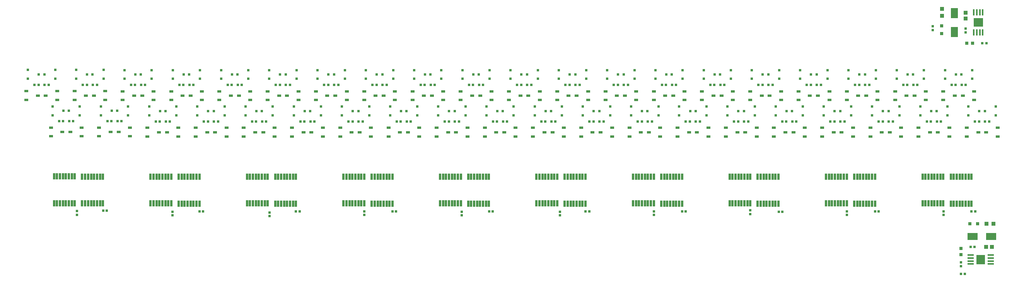
<source format=gtp>
G04*
G04 #@! TF.GenerationSoftware,Altium Limited,Altium Designer,23.2.1 (34)*
G04*
G04 Layer_Color=8421504*
%FSLAX44Y44*%
%MOMM*%
G71*
G04*
G04 #@! TF.SameCoordinates,4AEFFC81-8D6A-4C92-BCC4-55949A9363D9*
G04*
G04*
G04 #@! TF.FilePolarity,Positive*
G04*
G01*
G75*
%ADD16R,2.2000X1.5500*%
%ADD17R,1.5500X2.2000*%
%ADD18R,1.8460X2.1500*%
%ADD19R,1.4000X0.4500*%
%ADD20R,0.4500X1.4000*%
%ADD21R,2.1500X1.8460*%
%ADD22R,0.5500X0.5500*%
%ADD23R,0.5500X0.5500*%
%ADD24R,0.8587X0.9121*%
%ADD25R,0.9121X0.8587*%
%ADD26R,0.5750X0.6200*%
%ADD27R,0.8500X0.6000*%
%ADD28R,0.8000X0.8000*%
%ADD29R,0.8000X0.8000*%
%ADD30R,0.6500X0.7000*%
%ADD31R,0.7000X0.6500*%
%ADD32R,0.8065X0.8682*%
%ADD33R,0.8682X0.8065*%
%ADD34R,0.5200X0.5200*%
%ADD35R,0.5200X0.5200*%
G04:AMPARAMS|DCode=36|XSize=0.45mm|YSize=1.4mm|CornerRadius=0.0495mm|HoleSize=0mm|Usage=FLASHONLY|Rotation=0.000|XOffset=0mm|YOffset=0mm|HoleType=Round|Shape=RoundedRectangle|*
%AMROUNDEDRECTD36*
21,1,0.4500,1.3010,0,0,0.0*
21,1,0.3510,1.4000,0,0,0.0*
1,1,0.0990,0.1755,-0.6505*
1,1,0.0990,-0.1755,-0.6505*
1,1,0.0990,-0.1755,0.6505*
1,1,0.0990,0.1755,0.6505*
%
%ADD36ROUNDEDRECTD36*%
D16*
X2084500Y94449D02*
D03*
X2125500D02*
D03*
D17*
X2044683Y584456D02*
D03*
Y543456D02*
D03*
D18*
X2102460Y43649D02*
D03*
D19*
X2124460Y53399D02*
D03*
Y46899D02*
D03*
Y40399D02*
D03*
Y33899D02*
D03*
X2080460D02*
D03*
Y40399D02*
D03*
Y46899D02*
D03*
Y53399D02*
D03*
D20*
X2087433Y541956D02*
D03*
X2093933D02*
D03*
X2100433D02*
D03*
X2106933D02*
D03*
Y585956D02*
D03*
X2100433D02*
D03*
X2093933D02*
D03*
X2087433D02*
D03*
D21*
X2097183Y563956D02*
D03*
D22*
X145317Y427287D02*
D03*
X136317D02*
D03*
X167317D02*
D03*
X158317D02*
D03*
X199255Y347159D02*
D03*
X190255D02*
D03*
X221255D02*
D03*
X212255D02*
D03*
X250909Y427093D02*
D03*
X241908D02*
D03*
X272908D02*
D03*
X263909D02*
D03*
X305185Y346904D02*
D03*
X296185D02*
D03*
X327185D02*
D03*
X318185D02*
D03*
X356899Y427033D02*
D03*
X347899D02*
D03*
X378899D02*
D03*
X369899D02*
D03*
X410595Y346904D02*
D03*
X401595D02*
D03*
X432595D02*
D03*
X423595D02*
D03*
X462563Y427033D02*
D03*
X453563D02*
D03*
X484563D02*
D03*
X475563D02*
D03*
X516005Y346904D02*
D03*
X507005D02*
D03*
X538005D02*
D03*
X529005D02*
D03*
X568227Y427033D02*
D03*
X559227D02*
D03*
X590227D02*
D03*
X581227D02*
D03*
X621669Y346904D02*
D03*
X612669D02*
D03*
X643669D02*
D03*
X634669D02*
D03*
X673891Y427033D02*
D03*
X664891D02*
D03*
X695891D02*
D03*
X686891D02*
D03*
X727079Y346904D02*
D03*
X718079D02*
D03*
X749079D02*
D03*
X740079D02*
D03*
X779555Y427033D02*
D03*
X770555D02*
D03*
X801555D02*
D03*
X792555D02*
D03*
X832743Y346904D02*
D03*
X823743D02*
D03*
X854743D02*
D03*
X845743D02*
D03*
X885219Y427033D02*
D03*
X876219D02*
D03*
X907219D02*
D03*
X898219D02*
D03*
X938153Y346904D02*
D03*
X929153D02*
D03*
X960153D02*
D03*
X951153D02*
D03*
X990883Y427033D02*
D03*
X981883D02*
D03*
X1012883D02*
D03*
X1003883D02*
D03*
X1043563Y346904D02*
D03*
X1034563D02*
D03*
X1065563D02*
D03*
X1056563D02*
D03*
X1096547Y427033D02*
D03*
X1087547D02*
D03*
X1118547D02*
D03*
X1109547D02*
D03*
X1149227Y346904D02*
D03*
X1140227D02*
D03*
X1171227D02*
D03*
X1162227D02*
D03*
X1202211Y427033D02*
D03*
X1193211D02*
D03*
X1224211D02*
D03*
X1215211D02*
D03*
X1254637Y346904D02*
D03*
X1245637D02*
D03*
X1276637D02*
D03*
X1267637D02*
D03*
X1307875Y427033D02*
D03*
X1298875D02*
D03*
X1329875D02*
D03*
X1320875D02*
D03*
X1360301Y346904D02*
D03*
X1351301D02*
D03*
X1382301D02*
D03*
X1373301D02*
D03*
X1413539Y427033D02*
D03*
X1404539D02*
D03*
X1435539D02*
D03*
X1426539D02*
D03*
X1465711Y346904D02*
D03*
X1456711D02*
D03*
X1487711D02*
D03*
X1478711D02*
D03*
X1519203Y427033D02*
D03*
X1510203D02*
D03*
X1541203D02*
D03*
X1532203D02*
D03*
X1571375Y346904D02*
D03*
X1562375D02*
D03*
X1593375D02*
D03*
X1584375D02*
D03*
X1624867Y427033D02*
D03*
X1615867D02*
D03*
X1646867D02*
D03*
X1637867D02*
D03*
X1676785Y346904D02*
D03*
X1667785D02*
D03*
X1698785D02*
D03*
X1689785D02*
D03*
X1730531Y427033D02*
D03*
X1721531D02*
D03*
X1752531D02*
D03*
X1743531D02*
D03*
X1782195Y346904D02*
D03*
X1773195D02*
D03*
X1804195D02*
D03*
X1795195D02*
D03*
X1836195Y427033D02*
D03*
X1827195D02*
D03*
X1858195D02*
D03*
X1849195D02*
D03*
X1887859Y346904D02*
D03*
X1878859D02*
D03*
X1909859D02*
D03*
X1900859D02*
D03*
X1941859Y427033D02*
D03*
X1932859D02*
D03*
X1963859D02*
D03*
X1954859D02*
D03*
X1993269Y346904D02*
D03*
X1984269D02*
D03*
X2015269D02*
D03*
X2006269D02*
D03*
X2047523Y427033D02*
D03*
X2038523D02*
D03*
X2069523D02*
D03*
X2060523D02*
D03*
X2098933Y346904D02*
D03*
X2089933D02*
D03*
X2120933D02*
D03*
X2111933D02*
D03*
X52836Y427372D02*
D03*
X61837D02*
D03*
X30837D02*
D03*
X39836D02*
D03*
X2080180Y71589D02*
D03*
X2089180D02*
D03*
X2114643Y518196D02*
D03*
X2105643D02*
D03*
X93591Y347159D02*
D03*
X84591D02*
D03*
X115591D02*
D03*
X106591D02*
D03*
X2067883Y12012D02*
D03*
X2058883D02*
D03*
D23*
X2059280Y28989D02*
D03*
Y37989D02*
D03*
X2069683Y541956D02*
D03*
Y550956D02*
D03*
X1997470Y547254D02*
D03*
Y556254D02*
D03*
D24*
X2115013Y122389D02*
D03*
X2130547D02*
D03*
D25*
X2017339Y578835D02*
D03*
Y594369D02*
D03*
D26*
X157937Y450287D02*
D03*
X181697Y459787D02*
D03*
Y440787D02*
D03*
X145697Y450287D02*
D03*
X121937Y440787D02*
D03*
Y459787D02*
D03*
X211875Y370159D02*
D03*
X235635Y379659D02*
D03*
Y360658D02*
D03*
X199635Y370159D02*
D03*
X175875Y360658D02*
D03*
Y379659D02*
D03*
X263528Y450093D02*
D03*
X287289Y459593D02*
D03*
Y440592D02*
D03*
X251289Y450093D02*
D03*
X227528Y440592D02*
D03*
Y459593D02*
D03*
X317805Y369905D02*
D03*
X341565Y379404D02*
D03*
Y360405D02*
D03*
X305565Y369905D02*
D03*
X281805Y360405D02*
D03*
Y379404D02*
D03*
X369519Y450033D02*
D03*
X393279Y459533D02*
D03*
Y440533D02*
D03*
X357279Y450033D02*
D03*
X333519Y440533D02*
D03*
Y459533D02*
D03*
X423215Y369905D02*
D03*
X446975Y379404D02*
D03*
Y360405D02*
D03*
X410975Y369905D02*
D03*
X387215Y360405D02*
D03*
Y379404D02*
D03*
X475183Y450033D02*
D03*
X498943Y459533D02*
D03*
Y440533D02*
D03*
X462943Y450033D02*
D03*
X439183Y440533D02*
D03*
Y459533D02*
D03*
X528625Y369905D02*
D03*
X552385Y379404D02*
D03*
Y360405D02*
D03*
X516385Y369905D02*
D03*
X492625Y360405D02*
D03*
Y379404D02*
D03*
X580847Y450033D02*
D03*
X604607Y459533D02*
D03*
Y440533D02*
D03*
X568607Y450033D02*
D03*
X544847Y440533D02*
D03*
Y459533D02*
D03*
X634289Y369905D02*
D03*
X658049Y379404D02*
D03*
Y360405D02*
D03*
X622049Y369905D02*
D03*
X598289Y360405D02*
D03*
Y379404D02*
D03*
X686511Y450033D02*
D03*
X710271Y459533D02*
D03*
Y440533D02*
D03*
X674271Y450033D02*
D03*
X650511Y440533D02*
D03*
Y459533D02*
D03*
X739699Y369905D02*
D03*
X763459Y379404D02*
D03*
Y360405D02*
D03*
X727459Y369905D02*
D03*
X703699Y360405D02*
D03*
Y379404D02*
D03*
X792175Y450033D02*
D03*
X815935Y459533D02*
D03*
Y440533D02*
D03*
X779935Y450033D02*
D03*
X756175Y440533D02*
D03*
Y459533D02*
D03*
X845363Y369905D02*
D03*
X869123Y379404D02*
D03*
Y360405D02*
D03*
X833123Y369905D02*
D03*
X809363Y360405D02*
D03*
Y379404D02*
D03*
X897839Y450033D02*
D03*
X921599Y459533D02*
D03*
Y440533D02*
D03*
X885599Y450033D02*
D03*
X861839Y440533D02*
D03*
Y459533D02*
D03*
X950773Y369905D02*
D03*
X974533Y379404D02*
D03*
Y360405D02*
D03*
X938533Y369905D02*
D03*
X914773Y360405D02*
D03*
Y379404D02*
D03*
X1003503Y450033D02*
D03*
X1027263Y459533D02*
D03*
Y440533D02*
D03*
X991263Y450033D02*
D03*
X967503Y440533D02*
D03*
Y459533D02*
D03*
X1056183Y369905D02*
D03*
X1079943Y379404D02*
D03*
Y360405D02*
D03*
X1043943Y369905D02*
D03*
X1020183Y360405D02*
D03*
Y379404D02*
D03*
X1109167Y450033D02*
D03*
X1132927Y459533D02*
D03*
Y440533D02*
D03*
X1096927Y450033D02*
D03*
X1073167Y440533D02*
D03*
Y459533D02*
D03*
X1161847Y369905D02*
D03*
X1185607Y379404D02*
D03*
Y360405D02*
D03*
X1149607Y369905D02*
D03*
X1125847Y360405D02*
D03*
Y379404D02*
D03*
X1214831Y450033D02*
D03*
X1238591Y459533D02*
D03*
Y440533D02*
D03*
X1202591Y450033D02*
D03*
X1178831Y440533D02*
D03*
Y459533D02*
D03*
X1267257Y369905D02*
D03*
X1291017Y379404D02*
D03*
Y360405D02*
D03*
X1255017Y369905D02*
D03*
X1231257Y360405D02*
D03*
Y379404D02*
D03*
X1320495Y450033D02*
D03*
X1344255Y459533D02*
D03*
Y440533D02*
D03*
X1308255Y450033D02*
D03*
X1284495Y440533D02*
D03*
Y459533D02*
D03*
X1372921Y369905D02*
D03*
X1396681Y379404D02*
D03*
Y360405D02*
D03*
X1360681Y369905D02*
D03*
X1336921Y360405D02*
D03*
Y379404D02*
D03*
X1426159Y450033D02*
D03*
X1449919Y459533D02*
D03*
Y440533D02*
D03*
X1413919Y450033D02*
D03*
X1390159Y440533D02*
D03*
Y459533D02*
D03*
X1478331Y369905D02*
D03*
X1502091Y379404D02*
D03*
Y360405D02*
D03*
X1466091Y369905D02*
D03*
X1442331Y360405D02*
D03*
Y379404D02*
D03*
X1531823Y450033D02*
D03*
X1555583Y459533D02*
D03*
Y440533D02*
D03*
X1519583Y450033D02*
D03*
X1495823Y440533D02*
D03*
Y459533D02*
D03*
X1583995Y369905D02*
D03*
X1607755Y379404D02*
D03*
Y360405D02*
D03*
X1571755Y369905D02*
D03*
X1547995Y360405D02*
D03*
Y379404D02*
D03*
X1637487Y450033D02*
D03*
X1661247Y459533D02*
D03*
Y440533D02*
D03*
X1625247Y450033D02*
D03*
X1601487Y440533D02*
D03*
Y459533D02*
D03*
X1689405Y369905D02*
D03*
X1713165Y379404D02*
D03*
Y360405D02*
D03*
X1677165Y369905D02*
D03*
X1653405Y360405D02*
D03*
Y379404D02*
D03*
X1743151Y450033D02*
D03*
X1766911Y459533D02*
D03*
Y440533D02*
D03*
X1730911Y450033D02*
D03*
X1707151Y440533D02*
D03*
Y459533D02*
D03*
X1794815Y369905D02*
D03*
X1818575Y379404D02*
D03*
Y360405D02*
D03*
X1782575Y369905D02*
D03*
X1758815Y360405D02*
D03*
Y379404D02*
D03*
X1848815Y450033D02*
D03*
X1872575Y459533D02*
D03*
Y440533D02*
D03*
X1836575Y450033D02*
D03*
X1812815Y440533D02*
D03*
Y459533D02*
D03*
X1900479Y369905D02*
D03*
X1924239Y379404D02*
D03*
Y360405D02*
D03*
X1888239Y369905D02*
D03*
X1864479Y360405D02*
D03*
Y379404D02*
D03*
X1954479Y450033D02*
D03*
X1978239Y459533D02*
D03*
Y440533D02*
D03*
X1942239Y450033D02*
D03*
X1918479Y440533D02*
D03*
Y459533D02*
D03*
X2005889Y369905D02*
D03*
X2029649Y379404D02*
D03*
Y360405D02*
D03*
X1993649Y369905D02*
D03*
X1969889Y360405D02*
D03*
Y379404D02*
D03*
X2060143Y450033D02*
D03*
X2083903Y459533D02*
D03*
Y440533D02*
D03*
X2047903Y450033D02*
D03*
X2024143Y440533D02*
D03*
Y459533D02*
D03*
X2111553Y369905D02*
D03*
X2135313Y379404D02*
D03*
Y360405D02*
D03*
X2099313Y369905D02*
D03*
X2075553Y360405D02*
D03*
Y379404D02*
D03*
X40216Y450372D02*
D03*
X16457Y440872D02*
D03*
Y459872D02*
D03*
X52456Y450372D02*
D03*
X76217Y459872D02*
D03*
Y440872D02*
D03*
X106211Y370159D02*
D03*
X129971Y379659D02*
D03*
Y360658D02*
D03*
X93971Y370159D02*
D03*
X70211Y360658D02*
D03*
Y379659D02*
D03*
D27*
X143317Y403787D02*
D03*
X118317Y394287D02*
D03*
Y413287D02*
D03*
X160817Y403787D02*
D03*
X185817Y413287D02*
D03*
Y394287D02*
D03*
X197255Y323658D02*
D03*
X172255Y314158D02*
D03*
Y333158D02*
D03*
X214755Y323658D02*
D03*
X239755Y333158D02*
D03*
Y314158D02*
D03*
X248909Y403592D02*
D03*
X223909Y394092D02*
D03*
Y413092D02*
D03*
X266409Y403592D02*
D03*
X291409Y413092D02*
D03*
Y394092D02*
D03*
X303185Y323405D02*
D03*
X278185Y313904D02*
D03*
Y332905D02*
D03*
X320685Y323405D02*
D03*
X345685Y332905D02*
D03*
Y313904D02*
D03*
X354899Y403533D02*
D03*
X329899Y394033D02*
D03*
Y413033D02*
D03*
X372399Y403533D02*
D03*
X397399Y413033D02*
D03*
Y394033D02*
D03*
X408595Y323405D02*
D03*
X383595Y313904D02*
D03*
Y332905D02*
D03*
X426095Y323405D02*
D03*
X451095Y332905D02*
D03*
Y313904D02*
D03*
X460563Y403533D02*
D03*
X435563Y394033D02*
D03*
Y413033D02*
D03*
X478063Y403533D02*
D03*
X503063Y413033D02*
D03*
Y394033D02*
D03*
X514005Y323405D02*
D03*
X489005Y313904D02*
D03*
Y332905D02*
D03*
X531505Y323405D02*
D03*
X556505Y332905D02*
D03*
Y313904D02*
D03*
X566227Y403533D02*
D03*
X541227Y394033D02*
D03*
Y413033D02*
D03*
X583727Y403533D02*
D03*
X608727Y413033D02*
D03*
Y394033D02*
D03*
X619669Y323405D02*
D03*
X594669Y313904D02*
D03*
Y332905D02*
D03*
X637169Y323405D02*
D03*
X662169Y332905D02*
D03*
Y313904D02*
D03*
X671891Y403533D02*
D03*
X646891Y394033D02*
D03*
Y413033D02*
D03*
X689391Y403533D02*
D03*
X714391Y413033D02*
D03*
Y394033D02*
D03*
X725079Y323405D02*
D03*
X700079Y313904D02*
D03*
Y332905D02*
D03*
X742579Y323405D02*
D03*
X767579Y332905D02*
D03*
Y313904D02*
D03*
X777555Y403533D02*
D03*
X752555Y394033D02*
D03*
Y413033D02*
D03*
X795055Y403533D02*
D03*
X820055Y413033D02*
D03*
Y394033D02*
D03*
X830743Y323405D02*
D03*
X805743Y313904D02*
D03*
Y332905D02*
D03*
X848243Y323405D02*
D03*
X873243Y332905D02*
D03*
Y313904D02*
D03*
X883219Y403533D02*
D03*
X858219Y394033D02*
D03*
Y413033D02*
D03*
X900719Y403533D02*
D03*
X925719Y413033D02*
D03*
Y394033D02*
D03*
X936153Y323405D02*
D03*
X911153Y313904D02*
D03*
Y332905D02*
D03*
X953653Y323405D02*
D03*
X978653Y332905D02*
D03*
Y313904D02*
D03*
X988883Y403533D02*
D03*
X963883Y394033D02*
D03*
Y413033D02*
D03*
X1006383Y403533D02*
D03*
X1031383Y413033D02*
D03*
Y394033D02*
D03*
X1041563Y323405D02*
D03*
X1016563Y313904D02*
D03*
Y332905D02*
D03*
X1059063Y323405D02*
D03*
X1084063Y332905D02*
D03*
Y313904D02*
D03*
X1094547Y403533D02*
D03*
X1069547Y394033D02*
D03*
Y413033D02*
D03*
X1112047Y403533D02*
D03*
X1137047Y413033D02*
D03*
Y394033D02*
D03*
X1147227Y323405D02*
D03*
X1122227Y313904D02*
D03*
Y332905D02*
D03*
X1164727Y323405D02*
D03*
X1189727Y332905D02*
D03*
Y313904D02*
D03*
X1200211Y403533D02*
D03*
X1175211Y394033D02*
D03*
Y413033D02*
D03*
X1217711Y403533D02*
D03*
X1242711Y413033D02*
D03*
Y394033D02*
D03*
X1252637Y323405D02*
D03*
X1227637Y313904D02*
D03*
Y332905D02*
D03*
X1270137Y323405D02*
D03*
X1295137Y332905D02*
D03*
Y313904D02*
D03*
X1305875Y403533D02*
D03*
X1280875Y394033D02*
D03*
Y413033D02*
D03*
X1323375Y403533D02*
D03*
X1348375Y413033D02*
D03*
Y394033D02*
D03*
X1358301Y323405D02*
D03*
X1333301Y313904D02*
D03*
Y332905D02*
D03*
X1375801Y323405D02*
D03*
X1400801Y332905D02*
D03*
Y313904D02*
D03*
X1411539Y403533D02*
D03*
X1386539Y394033D02*
D03*
Y413033D02*
D03*
X1429039Y403533D02*
D03*
X1454039Y413033D02*
D03*
Y394033D02*
D03*
X1463711Y323405D02*
D03*
X1438711Y313904D02*
D03*
Y332905D02*
D03*
X1481211Y323405D02*
D03*
X1506211Y332905D02*
D03*
Y313904D02*
D03*
X1517203Y403533D02*
D03*
X1492203Y394033D02*
D03*
Y413033D02*
D03*
X1534703Y403533D02*
D03*
X1559703Y413033D02*
D03*
Y394033D02*
D03*
X1569375Y323405D02*
D03*
X1544375Y313904D02*
D03*
Y332905D02*
D03*
X1586875Y323405D02*
D03*
X1611875Y332905D02*
D03*
Y313904D02*
D03*
X1622867Y403533D02*
D03*
X1597867Y394033D02*
D03*
Y413033D02*
D03*
X1640367Y403533D02*
D03*
X1665367Y413033D02*
D03*
Y394033D02*
D03*
X1674785Y323405D02*
D03*
X1649785Y313904D02*
D03*
Y332905D02*
D03*
X1692285Y323405D02*
D03*
X1717285Y332905D02*
D03*
Y313904D02*
D03*
X1728531Y403533D02*
D03*
X1703531Y394033D02*
D03*
Y413033D02*
D03*
X1746031Y403533D02*
D03*
X1771031Y413033D02*
D03*
Y394033D02*
D03*
X1780195Y323405D02*
D03*
X1755195Y313904D02*
D03*
Y332905D02*
D03*
X1797695Y323405D02*
D03*
X1822695Y332905D02*
D03*
Y313904D02*
D03*
X1834195Y403533D02*
D03*
X1809195Y394033D02*
D03*
Y413033D02*
D03*
X1851695Y403533D02*
D03*
X1876695Y413033D02*
D03*
Y394033D02*
D03*
X1885859Y323405D02*
D03*
X1860859Y313904D02*
D03*
Y332905D02*
D03*
X1903359Y323405D02*
D03*
X1928359Y332905D02*
D03*
Y313904D02*
D03*
X1939859Y403533D02*
D03*
X1914859Y394033D02*
D03*
Y413033D02*
D03*
X1957359Y403533D02*
D03*
X1982359Y413033D02*
D03*
Y394033D02*
D03*
X1991269Y323405D02*
D03*
X1966269Y313904D02*
D03*
Y332905D02*
D03*
X2008769Y323405D02*
D03*
X2033769Y332905D02*
D03*
Y313904D02*
D03*
X2045523Y403533D02*
D03*
X2020523Y394033D02*
D03*
Y413033D02*
D03*
X2063023Y403533D02*
D03*
X2088023Y413033D02*
D03*
Y394033D02*
D03*
X2096933Y323405D02*
D03*
X2071933Y313904D02*
D03*
Y332905D02*
D03*
X2114433Y323405D02*
D03*
X2139433Y332905D02*
D03*
Y313904D02*
D03*
X55336Y403872D02*
D03*
X80337Y413372D02*
D03*
Y394372D02*
D03*
X37836Y403872D02*
D03*
X12837Y394372D02*
D03*
Y413372D02*
D03*
X91591Y323658D02*
D03*
X66591Y314158D02*
D03*
Y333158D02*
D03*
X109091Y323658D02*
D03*
X134091Y333158D02*
D03*
Y314158D02*
D03*
D28*
X2095470Y122389D02*
D03*
X2078970D02*
D03*
D29*
X2017183Y556456D02*
D03*
Y539956D02*
D03*
D30*
X2059280Y54929D02*
D03*
Y67929D02*
D03*
D31*
X2084683Y518956D02*
D03*
X2071683D02*
D03*
D32*
X2126499Y71589D02*
D03*
X2113981D02*
D03*
D33*
X2069683Y585215D02*
D03*
Y572698D02*
D03*
D34*
X399979Y149396D02*
D03*
X391979D02*
D03*
X611269D02*
D03*
X603269D02*
D03*
X822559D02*
D03*
X814559D02*
D03*
X1033848D02*
D03*
X1025848D02*
D03*
X1245138D02*
D03*
X1237138D02*
D03*
X1456405Y149419D02*
D03*
X1448405D02*
D03*
X1668000Y148949D02*
D03*
X1660000D02*
D03*
X1878984Y149419D02*
D03*
X1870984D02*
D03*
X2090297Y149396D02*
D03*
X2082297D02*
D03*
X189000Y150949D02*
D03*
X181000D02*
D03*
D35*
X333000Y140949D02*
D03*
Y148949D02*
D03*
X545000Y138949D02*
D03*
Y146949D02*
D03*
X753155Y141650D02*
D03*
Y149650D02*
D03*
X966000Y140949D02*
D03*
Y148949D02*
D03*
X1181000Y140949D02*
D03*
Y148949D02*
D03*
X1387024Y141650D02*
D03*
Y149650D02*
D03*
X1598000Y143949D02*
D03*
Y151949D02*
D03*
X1809603Y141650D02*
D03*
Y149650D02*
D03*
X2020804Y141740D02*
D03*
Y149740D02*
D03*
X124000Y141949D02*
D03*
Y149949D02*
D03*
D36*
X346433Y166632D02*
D03*
X352933D02*
D03*
X359433D02*
D03*
X365933D02*
D03*
X372433D02*
D03*
X378933D02*
D03*
X385433D02*
D03*
X391933D02*
D03*
X346433Y225632D02*
D03*
X352933D02*
D03*
X359433D02*
D03*
X365933D02*
D03*
X372433D02*
D03*
X378933D02*
D03*
X385433D02*
D03*
X391933D02*
D03*
X284717Y166922D02*
D03*
X291217D02*
D03*
X297717D02*
D03*
X304217D02*
D03*
X310717D02*
D03*
X317217D02*
D03*
X323717D02*
D03*
X330217D02*
D03*
X284717Y225922D02*
D03*
X291217D02*
D03*
X297717D02*
D03*
X304217D02*
D03*
X310717D02*
D03*
X317217D02*
D03*
X323717D02*
D03*
X330217D02*
D03*
X557723Y166632D02*
D03*
X564223D02*
D03*
X570723D02*
D03*
X577223D02*
D03*
X583723D02*
D03*
X590223D02*
D03*
X596723D02*
D03*
X603223D02*
D03*
X557723Y225632D02*
D03*
X564223D02*
D03*
X570723D02*
D03*
X577223D02*
D03*
X583723D02*
D03*
X590223D02*
D03*
X596723D02*
D03*
X603223D02*
D03*
X496007Y166922D02*
D03*
X502507D02*
D03*
X509007D02*
D03*
X515507D02*
D03*
X522007D02*
D03*
X528507D02*
D03*
X535007D02*
D03*
X541507D02*
D03*
X496007Y225922D02*
D03*
X502507D02*
D03*
X509007D02*
D03*
X515507D02*
D03*
X522007D02*
D03*
X528507D02*
D03*
X535007D02*
D03*
X541507D02*
D03*
X769013Y166632D02*
D03*
X775513D02*
D03*
X782013D02*
D03*
X788513D02*
D03*
X795013D02*
D03*
X801513D02*
D03*
X808013D02*
D03*
X814513D02*
D03*
X769013Y225632D02*
D03*
X775513D02*
D03*
X782013D02*
D03*
X788513D02*
D03*
X795013D02*
D03*
X801513D02*
D03*
X808013D02*
D03*
X814513D02*
D03*
X707297Y166922D02*
D03*
X713797D02*
D03*
X720297D02*
D03*
X726797D02*
D03*
X733297D02*
D03*
X739797D02*
D03*
X746297D02*
D03*
X752797D02*
D03*
X707297Y225922D02*
D03*
X713797D02*
D03*
X720297D02*
D03*
X726797D02*
D03*
X733297D02*
D03*
X739797D02*
D03*
X746297D02*
D03*
X752797D02*
D03*
X980302Y166632D02*
D03*
X986802D02*
D03*
X993302D02*
D03*
X999802D02*
D03*
X1006302D02*
D03*
X1012802D02*
D03*
X1019302D02*
D03*
X1025802D02*
D03*
X980302Y225632D02*
D03*
X986802D02*
D03*
X993302D02*
D03*
X999802D02*
D03*
X1006302D02*
D03*
X1012802D02*
D03*
X1019302D02*
D03*
X1025802D02*
D03*
X918586Y166922D02*
D03*
X925086D02*
D03*
X931586D02*
D03*
X938086D02*
D03*
X944586D02*
D03*
X951086D02*
D03*
X957586D02*
D03*
X964086D02*
D03*
X918586Y225922D02*
D03*
X925086D02*
D03*
X931586D02*
D03*
X938086D02*
D03*
X944586D02*
D03*
X951086D02*
D03*
X957586D02*
D03*
X964086D02*
D03*
X1191592Y166632D02*
D03*
X1198092D02*
D03*
X1204592D02*
D03*
X1211092D02*
D03*
X1217592D02*
D03*
X1224092D02*
D03*
X1230592D02*
D03*
X1237092D02*
D03*
X1191592Y225632D02*
D03*
X1198092D02*
D03*
X1204592D02*
D03*
X1211092D02*
D03*
X1217592D02*
D03*
X1224092D02*
D03*
X1230592D02*
D03*
X1237092D02*
D03*
X1129876Y166922D02*
D03*
X1136376D02*
D03*
X1142876D02*
D03*
X1149376D02*
D03*
X1155876D02*
D03*
X1162376D02*
D03*
X1168876D02*
D03*
X1175376D02*
D03*
X1129876Y225922D02*
D03*
X1136376D02*
D03*
X1142876D02*
D03*
X1149376D02*
D03*
X1155876D02*
D03*
X1162376D02*
D03*
X1168876D02*
D03*
X1175376D02*
D03*
X1402882Y166632D02*
D03*
X1409382D02*
D03*
X1415882D02*
D03*
X1422382D02*
D03*
X1428882D02*
D03*
X1435382D02*
D03*
X1441882D02*
D03*
X1448382D02*
D03*
X1402882Y225632D02*
D03*
X1409382D02*
D03*
X1415882D02*
D03*
X1422382D02*
D03*
X1428882D02*
D03*
X1435382D02*
D03*
X1441882D02*
D03*
X1448382D02*
D03*
X1341166Y166922D02*
D03*
X1347666D02*
D03*
X1354166D02*
D03*
X1360666D02*
D03*
X1367166D02*
D03*
X1373666D02*
D03*
X1380166D02*
D03*
X1386666D02*
D03*
X1341166Y225922D02*
D03*
X1347666D02*
D03*
X1354166D02*
D03*
X1360666D02*
D03*
X1367166D02*
D03*
X1373666D02*
D03*
X1380166D02*
D03*
X1386666D02*
D03*
X1614172Y166632D02*
D03*
X1620672D02*
D03*
X1627172D02*
D03*
X1633672D02*
D03*
X1640172D02*
D03*
X1646672D02*
D03*
X1653172D02*
D03*
X1659672D02*
D03*
X1614172Y225632D02*
D03*
X1620672D02*
D03*
X1627172D02*
D03*
X1633672D02*
D03*
X1640172D02*
D03*
X1646672D02*
D03*
X1653172D02*
D03*
X1659672D02*
D03*
X1552456Y166922D02*
D03*
X1558956D02*
D03*
X1565456D02*
D03*
X1571956D02*
D03*
X1578456D02*
D03*
X1584956D02*
D03*
X1591456D02*
D03*
X1597956D02*
D03*
X1552456Y225922D02*
D03*
X1558956D02*
D03*
X1565456D02*
D03*
X1571956D02*
D03*
X1578456D02*
D03*
X1584956D02*
D03*
X1591456D02*
D03*
X1597956D02*
D03*
X1825461Y166632D02*
D03*
X1831961D02*
D03*
X1838461D02*
D03*
X1844961D02*
D03*
X1851461D02*
D03*
X1857961D02*
D03*
X1864461D02*
D03*
X1870961D02*
D03*
X1825461Y225632D02*
D03*
X1831961D02*
D03*
X1838461D02*
D03*
X1844961D02*
D03*
X1851461D02*
D03*
X1857961D02*
D03*
X1864461D02*
D03*
X1870961D02*
D03*
X1763745Y166922D02*
D03*
X1770245D02*
D03*
X1776745D02*
D03*
X1783245D02*
D03*
X1789745D02*
D03*
X1796245D02*
D03*
X1802745D02*
D03*
X1809245D02*
D03*
X1763745Y225922D02*
D03*
X1770245D02*
D03*
X1776745D02*
D03*
X1783245D02*
D03*
X1789745D02*
D03*
X1796245D02*
D03*
X1802745D02*
D03*
X1809245D02*
D03*
X2036751Y166632D02*
D03*
X2043251D02*
D03*
X2049751D02*
D03*
X2056251D02*
D03*
X2062751D02*
D03*
X2069251D02*
D03*
X2075751D02*
D03*
X2082251D02*
D03*
X2036751Y225632D02*
D03*
X2043251D02*
D03*
X2049751D02*
D03*
X2056251D02*
D03*
X2062751D02*
D03*
X2069251D02*
D03*
X2075751D02*
D03*
X2082251D02*
D03*
X1975035Y166922D02*
D03*
X1981535D02*
D03*
X1988035D02*
D03*
X1994535D02*
D03*
X2001035D02*
D03*
X2007535D02*
D03*
X2014035D02*
D03*
X2020535D02*
D03*
X1975035Y225922D02*
D03*
X1981535D02*
D03*
X1988035D02*
D03*
X1994535D02*
D03*
X2001035D02*
D03*
X2007535D02*
D03*
X2014035D02*
D03*
X2020535D02*
D03*
X135098Y166829D02*
D03*
X141598D02*
D03*
X148098D02*
D03*
X154598D02*
D03*
X161098D02*
D03*
X167598D02*
D03*
X174098D02*
D03*
X180598D02*
D03*
X135098Y225830D02*
D03*
X141598D02*
D03*
X148098D02*
D03*
X154598D02*
D03*
X161098D02*
D03*
X167598D02*
D03*
X174098D02*
D03*
X180598D02*
D03*
X73382Y167120D02*
D03*
X79882D02*
D03*
X86382D02*
D03*
X92882D02*
D03*
X99382D02*
D03*
X105882D02*
D03*
X112382D02*
D03*
X118882D02*
D03*
X73382Y226119D02*
D03*
X79882D02*
D03*
X86382D02*
D03*
X92882D02*
D03*
X99382D02*
D03*
X105882D02*
D03*
X112382D02*
D03*
X118882D02*
D03*
M02*

</source>
